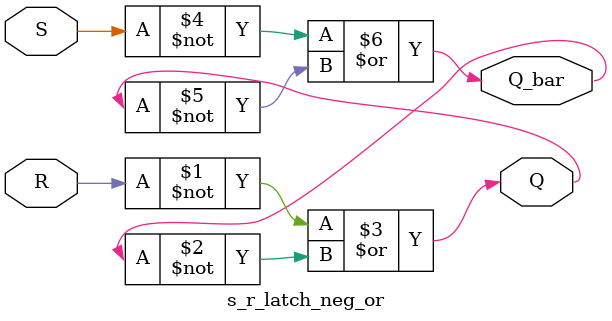
<source format=v>
`ifndef S_R_LATCH_V
`define S_R_LATCH_V
module s_r_latch(
    input wire R, S,
    output wire Q, Q_bar
);
    assign Q = ~(R | Q_bar);
    assign Q_bar = ~(S | Q);
endmodule

module s_r_latch_neg_or(
    input wire R, S,
    output wire Q, Q_bar
);
    assign Q = ((~R) | (~Q_bar));
    assign Q_bar = ((~S) | (~Q));

endmodule


// set S = 1, R = 0
// reset R = 1, S = 0
`endif

</source>
